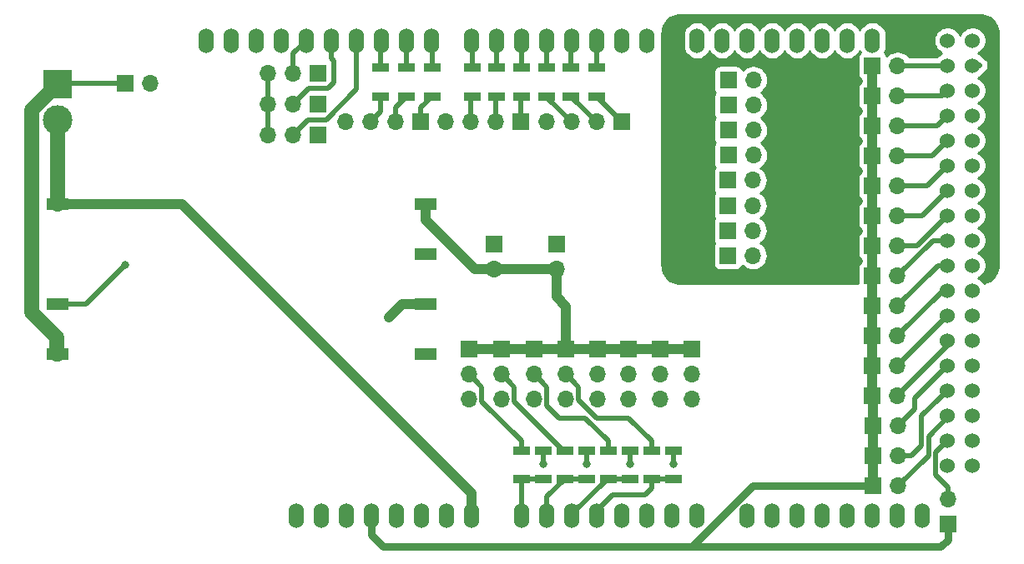
<source format=gbr>
G04 #@! TF.GenerationSoftware,KiCad,Pcbnew,(5.1.0-0)*
G04 #@! TF.CreationDate,2019-04-24T12:09:54-04:00*
G04 #@! TF.ProjectId,TR19-COMP-PD_rev2,54523139-2d43-44f4-9d50-2d50445f7265,rev?*
G04 #@! TF.SameCoordinates,Original*
G04 #@! TF.FileFunction,Copper,L1,Top*
G04 #@! TF.FilePolarity,Positive*
%FSLAX46Y46*%
G04 Gerber Fmt 4.6, Leading zero omitted, Abs format (unit mm)*
G04 Created by KiCad (PCBNEW (5.1.0-0)) date 2019-04-24 12:09:54*
%MOMM*%
%LPD*%
G04 APERTURE LIST*
%ADD10R,2.200000X1.200000*%
%ADD11O,1.524000X2.540000*%
%ADD12C,1.524000*%
%ADD13O,1.700000X1.700000*%
%ADD14R,1.700000X1.700000*%
%ADD15C,3.000000*%
%ADD16R,3.000000X3.000000*%
%ADD17R,1.700000X0.900000*%
%ADD18C,0.800000*%
%ADD19C,0.500000*%
%ADD20C,0.750000*%
%ADD21C,1.000000*%
%ADD22C,1.500000*%
%ADD23C,0.254000*%
G04 APERTURE END LIST*
D10*
X127472000Y-92340000D03*
X127472000Y-97420000D03*
X127472000Y-102500000D03*
X127472000Y-87260000D03*
X90134000Y-102500000D03*
X90134000Y-97420000D03*
X90134000Y-87260000D03*
D11*
X155030000Y-70632001D03*
X157570000Y-70632001D03*
X160110000Y-70632001D03*
X162650000Y-70632001D03*
X165190000Y-70632001D03*
X167730000Y-70632001D03*
X170270000Y-70632001D03*
X172810000Y-70632001D03*
X177890000Y-118892001D03*
X175350000Y-118892001D03*
X172810000Y-118892001D03*
X170270000Y-118892001D03*
X160110000Y-118892001D03*
X155030000Y-118892001D03*
X152490000Y-118892001D03*
X162650000Y-118892001D03*
X165190000Y-118892001D03*
X167730000Y-118892001D03*
X149950000Y-118892001D03*
X147410000Y-118892001D03*
X144870000Y-118892001D03*
X137250000Y-118892001D03*
X139790000Y-118892001D03*
X142330000Y-118892001D03*
X132170000Y-118892001D03*
X129630000Y-118892001D03*
X127090000Y-118892001D03*
X122010000Y-118892001D03*
X119470000Y-118892001D03*
X149950000Y-70632001D03*
X147410000Y-70632001D03*
X144870000Y-70632001D03*
X142330000Y-70632001D03*
X139790000Y-70632001D03*
X137250000Y-70632001D03*
X134710000Y-70632001D03*
X132170000Y-70632001D03*
X128106000Y-70632001D03*
X125566000Y-70632001D03*
X123026000Y-70632001D03*
X120486000Y-70632001D03*
X117946000Y-70632001D03*
X115406000Y-70632001D03*
X112866000Y-70632001D03*
X110326000Y-70632001D03*
X124550000Y-118892001D03*
D12*
X180430000Y-73172001D03*
X182970000Y-73172001D03*
X180430000Y-75712001D03*
X182970000Y-75712001D03*
X180430000Y-78252001D03*
X182970000Y-78252001D03*
X180430000Y-80792001D03*
X182970000Y-80792001D03*
X180430000Y-70632001D03*
X182970000Y-70632001D03*
X182970000Y-83332001D03*
X180430000Y-83332001D03*
X180430000Y-85872001D03*
X182970000Y-85872001D03*
X180430000Y-88412001D03*
X182970000Y-88412001D03*
X180430000Y-90952001D03*
X182970000Y-90952001D03*
X180430000Y-93492001D03*
X182970000Y-93492001D03*
X180430000Y-96032001D03*
X182970000Y-96032001D03*
X180430000Y-98572001D03*
X182970000Y-98572001D03*
X180430000Y-101112001D03*
X182970000Y-101112001D03*
X180430000Y-103652001D03*
X182970000Y-103652001D03*
X180430000Y-106192001D03*
X182970000Y-106192001D03*
X180430000Y-108732001D03*
X182970000Y-108732001D03*
X180430000Y-111272001D03*
X182970000Y-111272001D03*
X180430000Y-113812001D03*
X182970000Y-113812001D03*
D11*
X116930000Y-118892001D03*
X114390000Y-118892001D03*
X107786000Y-70632001D03*
X105246000Y-70632001D03*
X172810000Y-70632001D03*
D13*
X99590000Y-75000000D03*
D14*
X97050000Y-75000000D03*
D13*
X134450000Y-93850000D03*
D14*
X134450000Y-91310000D03*
D13*
X140750000Y-93890000D03*
D14*
X140750000Y-91350000D03*
D13*
X111500000Y-80200000D03*
X114040000Y-80200000D03*
D14*
X116580000Y-80200000D03*
X116580000Y-77100000D03*
D13*
X114040000Y-77100000D03*
X111500000Y-77100000D03*
X111520000Y-74000000D03*
X114060000Y-74000000D03*
D14*
X116600000Y-74000000D03*
D15*
X90150000Y-78740000D03*
D16*
X90150000Y-75100000D03*
D13*
X139750000Y-78900000D03*
X142290000Y-78900000D03*
X144830000Y-78900000D03*
D14*
X147370000Y-78900000D03*
X137180000Y-78900000D03*
D13*
X134640000Y-78900000D03*
X132100000Y-78900000D03*
X129560000Y-78900000D03*
X119360000Y-78900000D03*
X121900000Y-78900000D03*
X124440000Y-78900000D03*
D14*
X126980000Y-78900000D03*
D13*
X131900000Y-107100000D03*
X131900000Y-104560000D03*
D14*
X131900000Y-102020000D03*
X135200000Y-102020000D03*
D13*
X135200000Y-104560000D03*
X135200000Y-107100000D03*
X138500000Y-107100000D03*
X138500000Y-104560000D03*
D14*
X138500000Y-102020000D03*
X141700000Y-102020000D03*
D13*
X141700000Y-104560000D03*
X141700000Y-107100000D03*
X175340000Y-73200000D03*
D14*
X172800000Y-73200000D03*
D13*
X175340000Y-76250000D03*
D14*
X172800000Y-76250000D03*
D13*
X175340000Y-79300000D03*
D14*
X172800000Y-79300000D03*
X172800000Y-82350000D03*
D13*
X175340000Y-82350000D03*
D14*
X172800000Y-85400000D03*
D13*
X175340000Y-85400000D03*
X175340000Y-88450000D03*
D14*
X172800000Y-88450000D03*
D13*
X175350000Y-91500000D03*
D14*
X172810000Y-91500000D03*
D13*
X175350000Y-94550000D03*
D14*
X172810000Y-94550000D03*
D13*
X175350000Y-97600000D03*
D14*
X172810000Y-97600000D03*
D13*
X144900000Y-107100000D03*
X144900000Y-104560000D03*
D14*
X144900000Y-102020000D03*
X148100000Y-102000000D03*
D13*
X148100000Y-104540000D03*
X148100000Y-107080000D03*
X151300000Y-107080000D03*
X151300000Y-104540000D03*
D14*
X151300000Y-102000000D03*
X154500000Y-102020000D03*
D13*
X154500000Y-104560000D03*
X154500000Y-107100000D03*
X175350000Y-100650000D03*
D14*
X172810000Y-100650000D03*
X172810000Y-103700000D03*
D13*
X175350000Y-103700000D03*
D14*
X172810000Y-106750000D03*
D13*
X175350000Y-106750000D03*
D14*
X172850000Y-109800000D03*
D13*
X175390000Y-109800000D03*
D14*
X172860000Y-112850000D03*
D13*
X175400000Y-112850000D03*
D14*
X172850000Y-115900000D03*
D13*
X175390000Y-115900000D03*
X180450000Y-117250000D03*
D14*
X180450000Y-119790000D03*
D13*
X160740000Y-74650000D03*
D14*
X158200000Y-74650000D03*
D13*
X160740000Y-77200000D03*
D14*
X158200000Y-77200000D03*
D13*
X160740000Y-79750000D03*
D14*
X158200000Y-79750000D03*
D13*
X160740000Y-82300000D03*
D14*
X158200000Y-82300000D03*
X158150000Y-84850000D03*
D13*
X160690000Y-84850000D03*
D14*
X158150000Y-87400000D03*
D13*
X160690000Y-87400000D03*
D14*
X158150000Y-89950000D03*
D13*
X160690000Y-89950000D03*
D14*
X158150000Y-92500000D03*
D13*
X160690000Y-92500000D03*
D17*
X144850000Y-76300000D03*
X144850000Y-73400000D03*
X142250000Y-73400000D03*
X142250000Y-76300000D03*
X139800000Y-76300000D03*
X139800000Y-73400000D03*
X137200000Y-112300000D03*
X137200000Y-115200000D03*
X141600000Y-112300000D03*
X141600000Y-115200000D03*
X146000000Y-112300000D03*
X146000000Y-115200000D03*
X150400000Y-112300000D03*
X150400000Y-115200000D03*
X137200000Y-76300000D03*
X137200000Y-73400000D03*
X134700000Y-73400000D03*
X134700000Y-76300000D03*
X132200000Y-76300000D03*
X132200000Y-73400000D03*
X139400000Y-112300000D03*
X139400000Y-115200000D03*
X143800000Y-112300000D03*
X143800000Y-115200000D03*
X148200000Y-112300000D03*
X148200000Y-115200000D03*
X152600000Y-112300000D03*
X152600000Y-115200000D03*
X128150000Y-76300000D03*
X128150000Y-73400000D03*
X125550000Y-73400000D03*
X125550000Y-76300000D03*
X122900000Y-76300000D03*
X122900000Y-73400000D03*
D18*
X139400000Y-113700000D03*
X143800000Y-113700000D03*
X148200000Y-113700000D03*
X152600000Y-113700000D03*
X123750000Y-98750002D03*
X164650000Y-91800000D03*
X164700000Y-88600000D03*
X164800000Y-94650000D03*
X164700000Y-82850000D03*
X164800000Y-79700000D03*
X164700000Y-76600000D03*
X164750000Y-73400000D03*
X152600000Y-69400000D03*
X181700000Y-68900000D03*
X184700000Y-77100000D03*
X184650000Y-84550000D03*
X184800000Y-92350000D03*
X154300000Y-94550000D03*
X154200000Y-72800000D03*
X164650000Y-86000000D03*
X97000000Y-93450000D03*
D19*
X179217999Y-112484002D02*
X179668001Y-112034000D01*
X179217999Y-114815918D02*
X179217999Y-112484002D01*
X179668001Y-112034000D02*
X180430000Y-111272001D01*
X180450000Y-116047919D02*
X179217999Y-114815918D01*
X180450000Y-117250000D02*
X180450000Y-116047919D01*
X178517989Y-110882011D02*
X180430000Y-108970000D01*
X180430000Y-108970000D02*
X180430000Y-108732001D01*
X178517989Y-112832011D02*
X178517989Y-110882011D01*
X175450000Y-115900000D02*
X178517989Y-112832011D01*
X175400000Y-112850000D02*
X176800000Y-112850000D01*
X179668001Y-106954000D02*
X180430000Y-106192001D01*
X177817979Y-108804022D02*
X179668001Y-106954000D01*
X177817979Y-111832021D02*
X177817979Y-108804022D01*
X176800000Y-112850000D02*
X177817979Y-111832021D01*
X177085988Y-106996013D02*
X179668001Y-104414000D01*
X177085988Y-108104012D02*
X177085988Y-106996013D01*
X179668001Y-104414000D02*
X180430000Y-103652001D01*
X175390000Y-109800000D02*
X177085988Y-108104012D01*
X180430000Y-101670000D02*
X180430000Y-101112001D01*
X175350000Y-106750000D02*
X180430000Y-101670000D01*
X180430000Y-98620000D02*
X180430000Y-98572001D01*
X175350000Y-103700000D02*
X180430000Y-98620000D01*
X179967999Y-96032001D02*
X180430000Y-96032001D01*
X175350000Y-100650000D02*
X179967999Y-96032001D01*
X179457999Y-93492001D02*
X180430000Y-93492001D01*
X175350000Y-97600000D02*
X179457999Y-93492001D01*
X178947999Y-90952001D02*
X180430000Y-90952001D01*
X175350000Y-94550000D02*
X178947999Y-90952001D01*
X177342001Y-91500000D02*
X180430000Y-88412001D01*
X175350000Y-91500000D02*
X177342001Y-91500000D01*
X177852001Y-88450000D02*
X180430000Y-85872001D01*
X175340000Y-88450000D02*
X177852001Y-88450000D01*
X178362001Y-85400000D02*
X180430000Y-83332001D01*
X175340000Y-85400000D02*
X178362001Y-85400000D01*
X178872001Y-82350000D02*
X180430000Y-80792001D01*
X175340000Y-82350000D02*
X178872001Y-82350000D01*
X179382001Y-79300000D02*
X180430000Y-78252001D01*
X175400000Y-79300000D02*
X179382001Y-79300000D01*
X179892001Y-76250000D02*
X180430000Y-75712001D01*
X175400000Y-76250000D02*
X179892001Y-76250000D01*
X180402001Y-73200000D02*
X180430000Y-73172001D01*
X175400000Y-73200000D02*
X180402001Y-73200000D01*
X114060000Y-71978001D02*
X115406000Y-70632001D01*
X114060000Y-74000000D02*
X114060000Y-71978001D01*
X114040000Y-77100000D02*
X115640000Y-75500000D01*
X117610002Y-75500000D02*
X118200000Y-74910002D01*
X115640000Y-75500000D02*
X117610002Y-75500000D01*
X118200000Y-74910002D02*
X118200000Y-72700000D01*
X117946000Y-72446000D02*
X117946000Y-70632001D01*
X118200000Y-72700000D02*
X117946000Y-72446000D01*
X117400000Y-78700000D02*
X120486000Y-75614000D01*
X120486000Y-75614000D02*
X120486000Y-70632001D01*
X115540000Y-78700000D02*
X117400000Y-78700000D01*
X114040000Y-80200000D02*
X115540000Y-78700000D01*
X122900000Y-70758001D02*
X123026000Y-70632001D01*
X122900000Y-73400000D02*
X122900000Y-70758001D01*
X125550000Y-70648001D02*
X125566000Y-70632001D01*
X125550000Y-73400000D02*
X125550000Y-70648001D01*
X128150000Y-70676001D02*
X128106000Y-70632001D01*
X128150000Y-73400000D02*
X128150000Y-70676001D01*
X132200000Y-70662001D02*
X132170000Y-70632001D01*
X132200000Y-73400000D02*
X132200000Y-70662001D01*
X134700000Y-70642001D02*
X134710000Y-70632001D01*
X134700000Y-73400000D02*
X134700000Y-70642001D01*
X137200000Y-70682001D02*
X137250000Y-70632001D01*
X137200000Y-73400000D02*
X137200000Y-70682001D01*
X139800000Y-70642001D02*
X139790000Y-70632001D01*
X139800000Y-73400000D02*
X139800000Y-70642001D01*
X142250000Y-70712001D02*
X142330000Y-70632001D01*
X142250000Y-73400000D02*
X142250000Y-70712001D01*
X144850000Y-70652001D02*
X144870000Y-70632001D01*
X144850000Y-73400000D02*
X144850000Y-70652001D01*
X172860000Y-73200000D02*
X172860000Y-76250000D01*
X172860000Y-76250000D02*
X172860000Y-79300000D01*
X172860000Y-82290000D02*
X172800000Y-82350000D01*
X172860000Y-79300000D02*
X172860000Y-82290000D01*
D20*
X122010000Y-120912001D02*
X123197999Y-122100000D01*
X122010000Y-118892001D02*
X122010000Y-120912001D01*
X154503184Y-122100000D02*
X160703184Y-115900000D01*
X123197999Y-122100000D02*
X154503184Y-122100000D01*
X179740000Y-122100000D02*
X154503184Y-122100000D01*
X180450000Y-121390000D02*
X179740000Y-122100000D01*
X180450000Y-119790000D02*
X180450000Y-121390000D01*
X160703184Y-115900000D02*
X171250000Y-115900000D01*
X171250000Y-115900000D02*
X172850000Y-115900000D01*
D21*
X172850000Y-112860000D02*
X172860000Y-112850000D01*
X172850000Y-115900000D02*
X172850000Y-112860000D01*
X172860000Y-109810000D02*
X172850000Y-109800000D01*
X172860000Y-112850000D02*
X172860000Y-109810000D01*
X172850000Y-106790000D02*
X172810000Y-106750000D01*
X172850000Y-109800000D02*
X172850000Y-106790000D01*
X172810000Y-106750000D02*
X172810000Y-103700000D01*
X172810000Y-103700000D02*
X172810000Y-100650000D01*
X172810000Y-100650000D02*
X172810000Y-97600000D01*
X172810000Y-97600000D02*
X172810000Y-94550000D01*
X172810000Y-94550000D02*
X172810000Y-91500000D01*
X172810000Y-88460000D02*
X172800000Y-88450000D01*
X172810000Y-91500000D02*
X172810000Y-88460000D01*
X172800000Y-88450000D02*
X172800000Y-85400000D01*
X172800000Y-85400000D02*
X172800000Y-82350000D01*
X172800000Y-82350000D02*
X172800000Y-79300000D01*
X172800000Y-79300000D02*
X172800000Y-76250000D01*
X172800000Y-76250000D02*
X172800000Y-73200000D01*
D19*
X111500000Y-80200000D02*
X111500000Y-77100000D01*
X111500000Y-74020000D02*
X111520000Y-74000000D01*
X111500000Y-77100000D02*
X111500000Y-74020000D01*
X139400000Y-112300000D02*
X139400000Y-113700000D01*
X143800000Y-112300000D02*
X143800000Y-113700000D01*
X148200000Y-112300000D02*
X148200000Y-113700000D01*
X152600000Y-112300000D02*
X152600000Y-113700000D01*
D21*
X127472000Y-97420000D02*
X125080002Y-97420000D01*
X125080002Y-97420000D02*
X124149999Y-98350003D01*
X124149999Y-98350003D02*
X123750000Y-98750002D01*
D20*
X132170000Y-118384001D02*
X132170000Y-118892001D01*
D22*
X90150000Y-87244000D02*
X90134000Y-87260000D01*
X90150000Y-78740000D02*
X90150000Y-87244000D01*
D21*
X102807999Y-87260000D02*
X90134000Y-87260000D01*
X132170000Y-116622001D02*
X102807999Y-87260000D01*
X132170000Y-118892001D02*
X132170000Y-116622001D01*
D19*
X146000000Y-115200000D02*
X148200000Y-115200000D01*
X145910002Y-115200000D02*
X146000000Y-115200000D01*
X142330000Y-118780002D02*
X145910002Y-115200000D01*
X142330000Y-118892001D02*
X142330000Y-118780002D01*
X141600000Y-115200000D02*
X143800000Y-115200000D01*
X139790000Y-117010000D02*
X141600000Y-115200000D01*
X139790000Y-118892001D02*
X139790000Y-117010000D01*
X137200000Y-115200000D02*
X139400000Y-115200000D01*
X137200000Y-118842001D02*
X137250000Y-118892001D01*
X137200000Y-115200000D02*
X137200000Y-118842001D01*
X150400000Y-115200000D02*
X152600000Y-115200000D01*
X144870000Y-118384001D02*
X146454001Y-116800000D01*
X144870000Y-118892001D02*
X144870000Y-118384001D01*
X150400000Y-116150000D02*
X150400000Y-115200000D01*
X149750000Y-116800000D02*
X150400000Y-116150000D01*
X146454001Y-116800000D02*
X149750000Y-116800000D01*
D22*
X87534000Y-77716000D02*
X87534000Y-98234000D01*
X90150000Y-75100000D02*
X87534000Y-77716000D01*
X87534000Y-98234000D02*
X90100000Y-100800000D01*
X90100000Y-102466000D02*
X90134000Y-102500000D01*
X90100000Y-100800000D02*
X90100000Y-102466000D01*
D19*
X90250000Y-75000000D02*
X90150000Y-75100000D01*
X97050000Y-75000000D02*
X90250000Y-75000000D01*
D21*
X131590000Y-101710000D02*
X131900000Y-102020000D01*
X133247919Y-93850000D02*
X134450000Y-93850000D01*
X132462000Y-93850000D02*
X133247919Y-93850000D01*
X127472000Y-88860000D02*
X132462000Y-93850000D01*
X127472000Y-87260000D02*
X127472000Y-88860000D01*
X140710000Y-93850000D02*
X140750000Y-93890000D01*
X134450000Y-93850000D02*
X140710000Y-93850000D01*
X140750000Y-93890000D02*
X140750000Y-96700000D01*
X141700000Y-97650000D02*
X141700000Y-102020000D01*
X140750000Y-96700000D02*
X141700000Y-97650000D01*
X131900000Y-102020000D02*
X135200000Y-102020000D01*
X135200000Y-102020000D02*
X138500000Y-102020000D01*
X138500000Y-102020000D02*
X141700000Y-102020000D01*
X141700000Y-102020000D02*
X144900000Y-102020000D01*
X148080000Y-102020000D02*
X148100000Y-102000000D01*
X144900000Y-102020000D02*
X148080000Y-102020000D01*
X151300000Y-102000000D02*
X148100000Y-102000000D01*
X151320000Y-102020000D02*
X151300000Y-102000000D01*
X154500000Y-102020000D02*
X151320000Y-102020000D01*
D19*
X183677999Y-73172001D02*
X182970000Y-73172001D01*
X183700000Y-73150000D02*
X183677999Y-73172001D01*
X182972001Y-78250000D02*
X182970000Y-78252001D01*
X90134000Y-97420000D02*
X93030000Y-97420000D01*
X93030000Y-97420000D02*
X97000000Y-93450000D01*
X99600000Y-75010000D02*
X99590000Y-75000000D01*
X144850000Y-76380000D02*
X147370000Y-78900000D01*
X144850000Y-76300000D02*
X144850000Y-76380000D01*
X142250000Y-76320000D02*
X144830000Y-78900000D01*
X142250000Y-76300000D02*
X142250000Y-76320000D01*
X139800000Y-76410000D02*
X142290000Y-78900000D01*
X139800000Y-76300000D02*
X139800000Y-76410000D01*
X132749999Y-105409999D02*
X131900000Y-104560000D01*
X133200001Y-105860001D02*
X132749999Y-105409999D01*
X133200001Y-107350001D02*
X133200001Y-105860001D01*
X137200000Y-111350000D02*
X133200001Y-107350001D01*
X137200000Y-112300000D02*
X137200000Y-111350000D01*
X136500001Y-105860001D02*
X136049999Y-105409999D01*
X136500001Y-107300001D02*
X136500001Y-105860001D01*
X136049999Y-105409999D02*
X135200000Y-104560000D01*
X141500000Y-112300000D02*
X136500001Y-107300001D01*
X141600000Y-112300000D02*
X141500000Y-112300000D01*
X139349999Y-105409999D02*
X138500000Y-104560000D01*
X141076000Y-109000000D02*
X139800001Y-107724001D01*
X139800001Y-105860001D02*
X139349999Y-105409999D01*
X143650000Y-109000000D02*
X141076000Y-109000000D01*
X139800001Y-107724001D02*
X139800001Y-105860001D01*
X146000000Y-111350000D02*
X143650000Y-109000000D01*
X146000000Y-112300000D02*
X146000000Y-111350000D01*
X142549999Y-105409999D02*
X141700000Y-104560000D01*
X143000001Y-105860001D02*
X142549999Y-105409999D01*
X143000001Y-107124003D02*
X143000001Y-105860001D01*
X144875998Y-109000000D02*
X143000001Y-107124003D01*
X148050000Y-109000000D02*
X144875998Y-109000000D01*
X150400000Y-111350000D02*
X148050000Y-109000000D01*
X150400000Y-112300000D02*
X150400000Y-111350000D01*
X137180000Y-76320000D02*
X137200000Y-76300000D01*
X137180000Y-78900000D02*
X137180000Y-76320000D01*
X134640000Y-76360000D02*
X134700000Y-76300000D01*
X134640000Y-78900000D02*
X134640000Y-76360000D01*
X132100000Y-76400000D02*
X132200000Y-76300000D01*
X132100000Y-78900000D02*
X132100000Y-76400000D01*
X126980000Y-77470000D02*
X128150000Y-76300000D01*
X126980000Y-78900000D02*
X126980000Y-77470000D01*
X124440000Y-77410000D02*
X125550000Y-76300000D01*
X124440000Y-78900000D02*
X124440000Y-77410000D01*
X122900000Y-77900000D02*
X121900000Y-78900000D01*
X122900000Y-76300000D02*
X122900000Y-77900000D01*
D23*
G36*
X183966504Y-68046385D02*
G01*
X184227593Y-68103181D01*
X184477940Y-68196556D01*
X184712445Y-68324605D01*
X184926338Y-68484724D01*
X185115276Y-68673662D01*
X185275395Y-68887555D01*
X185403444Y-69122060D01*
X185496819Y-69372407D01*
X185553615Y-69633496D01*
X185573000Y-69904530D01*
X185573000Y-93445470D01*
X185553615Y-93716504D01*
X185496819Y-93977593D01*
X185403444Y-94227940D01*
X185275395Y-94462445D01*
X185115276Y-94676338D01*
X184926338Y-94865276D01*
X184712445Y-95025395D01*
X184477940Y-95153444D01*
X184227593Y-95246819D01*
X184138469Y-95266207D01*
X184055120Y-95141466D01*
X183860535Y-94946881D01*
X183631727Y-94793996D01*
X183554485Y-94762001D01*
X183631727Y-94730006D01*
X183860535Y-94577121D01*
X184055120Y-94382536D01*
X184208005Y-94153728D01*
X184313314Y-93899491D01*
X184367000Y-93629593D01*
X184367000Y-93354409D01*
X184313314Y-93084511D01*
X184208005Y-92830274D01*
X184055120Y-92601466D01*
X183860535Y-92406881D01*
X183631727Y-92253996D01*
X183554485Y-92222001D01*
X183631727Y-92190006D01*
X183860535Y-92037121D01*
X184055120Y-91842536D01*
X184208005Y-91613728D01*
X184313314Y-91359491D01*
X184367000Y-91089593D01*
X184367000Y-90814409D01*
X184313314Y-90544511D01*
X184208005Y-90290274D01*
X184055120Y-90061466D01*
X183860535Y-89866881D01*
X183631727Y-89713996D01*
X183554485Y-89682001D01*
X183631727Y-89650006D01*
X183860535Y-89497121D01*
X184055120Y-89302536D01*
X184208005Y-89073728D01*
X184313314Y-88819491D01*
X184367000Y-88549593D01*
X184367000Y-88274409D01*
X184313314Y-88004511D01*
X184208005Y-87750274D01*
X184055120Y-87521466D01*
X183860535Y-87326881D01*
X183631727Y-87173996D01*
X183554485Y-87142001D01*
X183631727Y-87110006D01*
X183860535Y-86957121D01*
X184055120Y-86762536D01*
X184208005Y-86533728D01*
X184313314Y-86279491D01*
X184367000Y-86009593D01*
X184367000Y-85734409D01*
X184313314Y-85464511D01*
X184208005Y-85210274D01*
X184055120Y-84981466D01*
X183860535Y-84786881D01*
X183631727Y-84633996D01*
X183554485Y-84602001D01*
X183631727Y-84570006D01*
X183860535Y-84417121D01*
X184055120Y-84222536D01*
X184208005Y-83993728D01*
X184313314Y-83739491D01*
X184367000Y-83469593D01*
X184367000Y-83194409D01*
X184313314Y-82924511D01*
X184208005Y-82670274D01*
X184055120Y-82441466D01*
X183860535Y-82246881D01*
X183631727Y-82093996D01*
X183554485Y-82062001D01*
X183631727Y-82030006D01*
X183860535Y-81877121D01*
X184055120Y-81682536D01*
X184208005Y-81453728D01*
X184313314Y-81199491D01*
X184367000Y-80929593D01*
X184367000Y-80654409D01*
X184313314Y-80384511D01*
X184208005Y-80130274D01*
X184055120Y-79901466D01*
X183860535Y-79706881D01*
X183631727Y-79553996D01*
X183554485Y-79522001D01*
X183631727Y-79490006D01*
X183860535Y-79337121D01*
X184055120Y-79142536D01*
X184208005Y-78913728D01*
X184313314Y-78659491D01*
X184367000Y-78389593D01*
X184367000Y-78114409D01*
X184313314Y-77844511D01*
X184208005Y-77590274D01*
X184055120Y-77361466D01*
X183860535Y-77166881D01*
X183631727Y-77013996D01*
X183554485Y-76982001D01*
X183631727Y-76950006D01*
X183860535Y-76797121D01*
X184055120Y-76602536D01*
X184208005Y-76373728D01*
X184313314Y-76119491D01*
X184367000Y-75849593D01*
X184367000Y-75574409D01*
X184313314Y-75304511D01*
X184208005Y-75050274D01*
X184055120Y-74821466D01*
X183860535Y-74626881D01*
X183631727Y-74473996D01*
X183554485Y-74442001D01*
X183631727Y-74410006D01*
X183860535Y-74257121D01*
X184055120Y-74062536D01*
X184147231Y-73924682D01*
X184172058Y-73911412D01*
X184306816Y-73800818D01*
X184334533Y-73767045D01*
X184356532Y-73745046D01*
X184439410Y-73644059D01*
X184521588Y-73490313D01*
X184572194Y-73323490D01*
X184589281Y-73150001D01*
X184572194Y-72976511D01*
X184521588Y-72809687D01*
X184439410Y-72655942D01*
X184328817Y-72521183D01*
X184194058Y-72410590D01*
X184112142Y-72366805D01*
X184055120Y-72281466D01*
X183860535Y-72086881D01*
X183631727Y-71933996D01*
X183554485Y-71902001D01*
X183631727Y-71870006D01*
X183860535Y-71717121D01*
X184055120Y-71522536D01*
X184208005Y-71293728D01*
X184313314Y-71039491D01*
X184367000Y-70769593D01*
X184367000Y-70494409D01*
X184313314Y-70224511D01*
X184208005Y-69970274D01*
X184055120Y-69741466D01*
X183860535Y-69546881D01*
X183631727Y-69393996D01*
X183377490Y-69288687D01*
X183107592Y-69235001D01*
X182832408Y-69235001D01*
X182562510Y-69288687D01*
X182308273Y-69393996D01*
X182079465Y-69546881D01*
X181884880Y-69741466D01*
X181731995Y-69970274D01*
X181700000Y-70047516D01*
X181668005Y-69970274D01*
X181515120Y-69741466D01*
X181320535Y-69546881D01*
X181091727Y-69393996D01*
X180837490Y-69288687D01*
X180567592Y-69235001D01*
X180292408Y-69235001D01*
X180022510Y-69288687D01*
X179768273Y-69393996D01*
X179539465Y-69546881D01*
X179344880Y-69741466D01*
X179191995Y-69970274D01*
X179086686Y-70224511D01*
X179033000Y-70494409D01*
X179033000Y-70769593D01*
X179086686Y-71039491D01*
X179191995Y-71293728D01*
X179344880Y-71522536D01*
X179539465Y-71717121D01*
X179768273Y-71870006D01*
X179845515Y-71902001D01*
X179768273Y-71933996D01*
X179539465Y-72086881D01*
X179344880Y-72281466D01*
X179322473Y-72315000D01*
X176534759Y-72315000D01*
X176395134Y-72144866D01*
X176169014Y-71959294D01*
X175911034Y-71821401D01*
X175631111Y-71736487D01*
X175412950Y-71715000D01*
X175267050Y-71715000D01*
X175048889Y-71736487D01*
X174768966Y-71821401D01*
X174510986Y-71959294D01*
X174284866Y-72144866D01*
X174260393Y-72174687D01*
X174239502Y-72105820D01*
X174180537Y-71995506D01*
X174101185Y-71898815D01*
X174022822Y-71834504D01*
X174106904Y-71677196D01*
X174186786Y-71413861D01*
X174207000Y-71208626D01*
X174207000Y-70055376D01*
X174186786Y-69850141D01*
X174106904Y-69586806D01*
X173977183Y-69344114D01*
X173802607Y-69131393D01*
X173589886Y-68956818D01*
X173347194Y-68827097D01*
X173083859Y-68747215D01*
X172810000Y-68720242D01*
X172536140Y-68747215D01*
X172272805Y-68827097D01*
X172030113Y-68956818D01*
X171817392Y-69131394D01*
X171642817Y-69344115D01*
X171540000Y-69536472D01*
X171437183Y-69344114D01*
X171262607Y-69131393D01*
X171049886Y-68956818D01*
X170807194Y-68827097D01*
X170543859Y-68747215D01*
X170270000Y-68720242D01*
X169996140Y-68747215D01*
X169732805Y-68827097D01*
X169490113Y-68956818D01*
X169277392Y-69131394D01*
X169102817Y-69344115D01*
X169000000Y-69536472D01*
X168897183Y-69344114D01*
X168722607Y-69131393D01*
X168509886Y-68956818D01*
X168267194Y-68827097D01*
X168003859Y-68747215D01*
X167730000Y-68720242D01*
X167456140Y-68747215D01*
X167192805Y-68827097D01*
X166950113Y-68956818D01*
X166737392Y-69131394D01*
X166562817Y-69344115D01*
X166460000Y-69536472D01*
X166357183Y-69344114D01*
X166182607Y-69131393D01*
X165969886Y-68956818D01*
X165727194Y-68827097D01*
X165463859Y-68747215D01*
X165190000Y-68720242D01*
X164916140Y-68747215D01*
X164652805Y-68827097D01*
X164410113Y-68956818D01*
X164197392Y-69131394D01*
X164022817Y-69344115D01*
X163920000Y-69536472D01*
X163817183Y-69344114D01*
X163642607Y-69131393D01*
X163429886Y-68956818D01*
X163187194Y-68827097D01*
X162923859Y-68747215D01*
X162650000Y-68720242D01*
X162376140Y-68747215D01*
X162112805Y-68827097D01*
X161870113Y-68956818D01*
X161657392Y-69131394D01*
X161482817Y-69344115D01*
X161380000Y-69536472D01*
X161277183Y-69344114D01*
X161102607Y-69131393D01*
X160889886Y-68956818D01*
X160647194Y-68827097D01*
X160383859Y-68747215D01*
X160110000Y-68720242D01*
X159836140Y-68747215D01*
X159572805Y-68827097D01*
X159330113Y-68956818D01*
X159117392Y-69131394D01*
X158942817Y-69344115D01*
X158840000Y-69536472D01*
X158737183Y-69344114D01*
X158562607Y-69131393D01*
X158349886Y-68956818D01*
X158107194Y-68827097D01*
X157843859Y-68747215D01*
X157570000Y-68720242D01*
X157296140Y-68747215D01*
X157032805Y-68827097D01*
X156790113Y-68956818D01*
X156577392Y-69131394D01*
X156402817Y-69344115D01*
X156300000Y-69536472D01*
X156197183Y-69344114D01*
X156022607Y-69131393D01*
X155809886Y-68956818D01*
X155567194Y-68827097D01*
X155303859Y-68747215D01*
X155030000Y-68720242D01*
X154756140Y-68747215D01*
X154492805Y-68827097D01*
X154250113Y-68956818D01*
X154037392Y-69131394D01*
X153862817Y-69344115D01*
X153733096Y-69586807D01*
X153653214Y-69850142D01*
X153633000Y-70055377D01*
X153633000Y-71208626D01*
X153653214Y-71413861D01*
X153733096Y-71677196D01*
X153862817Y-71919888D01*
X154037393Y-72132609D01*
X154250114Y-72307184D01*
X154492806Y-72436905D01*
X154756141Y-72516787D01*
X155030000Y-72543760D01*
X155303860Y-72516787D01*
X155567195Y-72436905D01*
X155809887Y-72307184D01*
X156022608Y-72132609D01*
X156197183Y-71919888D01*
X156300000Y-71727530D01*
X156402817Y-71919888D01*
X156577393Y-72132609D01*
X156790114Y-72307184D01*
X157032806Y-72436905D01*
X157296141Y-72516787D01*
X157570000Y-72543760D01*
X157843860Y-72516787D01*
X158107195Y-72436905D01*
X158349887Y-72307184D01*
X158562608Y-72132609D01*
X158737183Y-71919888D01*
X158840000Y-71727530D01*
X158942817Y-71919888D01*
X159117393Y-72132609D01*
X159330114Y-72307184D01*
X159572806Y-72436905D01*
X159836141Y-72516787D01*
X160110000Y-72543760D01*
X160383860Y-72516787D01*
X160647195Y-72436905D01*
X160889887Y-72307184D01*
X161102608Y-72132609D01*
X161277183Y-71919888D01*
X161380000Y-71727530D01*
X161482817Y-71919888D01*
X161657393Y-72132609D01*
X161870114Y-72307184D01*
X162112806Y-72436905D01*
X162376141Y-72516787D01*
X162650000Y-72543760D01*
X162923860Y-72516787D01*
X163187195Y-72436905D01*
X163429887Y-72307184D01*
X163642608Y-72132609D01*
X163817183Y-71919888D01*
X163920000Y-71727530D01*
X164022817Y-71919888D01*
X164197393Y-72132609D01*
X164410114Y-72307184D01*
X164652806Y-72436905D01*
X164916141Y-72516787D01*
X165190000Y-72543760D01*
X165463860Y-72516787D01*
X165727195Y-72436905D01*
X165969887Y-72307184D01*
X166182608Y-72132609D01*
X166357183Y-71919888D01*
X166460000Y-71727530D01*
X166562817Y-71919888D01*
X166737393Y-72132609D01*
X166950114Y-72307184D01*
X167192806Y-72436905D01*
X167456141Y-72516787D01*
X167730000Y-72543760D01*
X168003860Y-72516787D01*
X168267195Y-72436905D01*
X168509887Y-72307184D01*
X168722608Y-72132609D01*
X168897183Y-71919888D01*
X169000000Y-71727530D01*
X169102817Y-71919888D01*
X169277393Y-72132609D01*
X169490114Y-72307184D01*
X169732806Y-72436905D01*
X169996141Y-72516787D01*
X170270000Y-72543760D01*
X170543860Y-72516787D01*
X170807195Y-72436905D01*
X171049887Y-72307184D01*
X171262608Y-72132609D01*
X171437183Y-71919888D01*
X171540000Y-71727530D01*
X171591080Y-71823095D01*
X171498815Y-71898815D01*
X171419463Y-71995506D01*
X171360498Y-72105820D01*
X171324188Y-72225518D01*
X171311928Y-72350000D01*
X171311928Y-74050000D01*
X171324188Y-74174482D01*
X171360498Y-74294180D01*
X171419463Y-74404494D01*
X171498815Y-74501185D01*
X171595506Y-74580537D01*
X171665001Y-74617683D01*
X171665000Y-74832317D01*
X171595506Y-74869463D01*
X171498815Y-74948815D01*
X171419463Y-75045506D01*
X171360498Y-75155820D01*
X171324188Y-75275518D01*
X171311928Y-75400000D01*
X171311928Y-77100000D01*
X171324188Y-77224482D01*
X171360498Y-77344180D01*
X171419463Y-77454494D01*
X171498815Y-77551185D01*
X171595506Y-77630537D01*
X171665001Y-77667683D01*
X171665000Y-77882317D01*
X171595506Y-77919463D01*
X171498815Y-77998815D01*
X171419463Y-78095506D01*
X171360498Y-78205820D01*
X171324188Y-78325518D01*
X171311928Y-78450000D01*
X171311928Y-80150000D01*
X171324188Y-80274482D01*
X171360498Y-80394180D01*
X171419463Y-80504494D01*
X171498815Y-80601185D01*
X171595506Y-80680537D01*
X171665001Y-80717683D01*
X171665000Y-80932317D01*
X171595506Y-80969463D01*
X171498815Y-81048815D01*
X171419463Y-81145506D01*
X171360498Y-81255820D01*
X171324188Y-81375518D01*
X171311928Y-81500000D01*
X171311928Y-83200000D01*
X171324188Y-83324482D01*
X171360498Y-83444180D01*
X171419463Y-83554494D01*
X171498815Y-83651185D01*
X171595506Y-83730537D01*
X171665001Y-83767683D01*
X171665000Y-83982317D01*
X171595506Y-84019463D01*
X171498815Y-84098815D01*
X171419463Y-84195506D01*
X171360498Y-84305820D01*
X171324188Y-84425518D01*
X171311928Y-84550000D01*
X171311928Y-86250000D01*
X171324188Y-86374482D01*
X171360498Y-86494180D01*
X171419463Y-86604494D01*
X171498815Y-86701185D01*
X171595506Y-86780537D01*
X171665001Y-86817683D01*
X171665000Y-87032317D01*
X171595506Y-87069463D01*
X171498815Y-87148815D01*
X171419463Y-87245506D01*
X171360498Y-87355820D01*
X171324188Y-87475518D01*
X171311928Y-87600000D01*
X171311928Y-89300000D01*
X171324188Y-89424482D01*
X171360498Y-89544180D01*
X171419463Y-89654494D01*
X171498815Y-89751185D01*
X171595506Y-89830537D01*
X171675001Y-89873028D01*
X171675000Y-90082317D01*
X171605506Y-90119463D01*
X171508815Y-90198815D01*
X171429463Y-90295506D01*
X171370498Y-90405820D01*
X171334188Y-90525518D01*
X171321928Y-90650000D01*
X171321928Y-92350000D01*
X171334188Y-92474482D01*
X171370498Y-92594180D01*
X171429463Y-92704494D01*
X171508815Y-92801185D01*
X171605506Y-92880537D01*
X171675001Y-92917683D01*
X171675000Y-93132317D01*
X171605506Y-93169463D01*
X171508815Y-93248815D01*
X171429463Y-93345506D01*
X171370498Y-93455820D01*
X171334188Y-93575518D01*
X171321928Y-93700000D01*
X171321928Y-95323000D01*
X153354530Y-95323000D01*
X153083496Y-95303615D01*
X152822407Y-95246819D01*
X152572060Y-95153444D01*
X152337555Y-95025395D01*
X152123662Y-94865276D01*
X151934724Y-94676338D01*
X151774605Y-94462445D01*
X151646556Y-94227940D01*
X151553181Y-93977593D01*
X151496385Y-93716504D01*
X151477000Y-93445470D01*
X151477000Y-84000000D01*
X156661928Y-84000000D01*
X156661928Y-85700000D01*
X156674188Y-85824482D01*
X156710498Y-85944180D01*
X156769463Y-86054494D01*
X156827326Y-86125000D01*
X156769463Y-86195506D01*
X156710498Y-86305820D01*
X156674188Y-86425518D01*
X156661928Y-86550000D01*
X156661928Y-88250000D01*
X156674188Y-88374482D01*
X156710498Y-88494180D01*
X156769463Y-88604494D01*
X156827326Y-88675000D01*
X156769463Y-88745506D01*
X156710498Y-88855820D01*
X156674188Y-88975518D01*
X156661928Y-89100000D01*
X156661928Y-90800000D01*
X156674188Y-90924482D01*
X156710498Y-91044180D01*
X156769463Y-91154494D01*
X156827326Y-91225000D01*
X156769463Y-91295506D01*
X156710498Y-91405820D01*
X156674188Y-91525518D01*
X156661928Y-91650000D01*
X156661928Y-93350000D01*
X156674188Y-93474482D01*
X156710498Y-93594180D01*
X156769463Y-93704494D01*
X156848815Y-93801185D01*
X156945506Y-93880537D01*
X157055820Y-93939502D01*
X157175518Y-93975812D01*
X157300000Y-93988072D01*
X159000000Y-93988072D01*
X159124482Y-93975812D01*
X159244180Y-93939502D01*
X159354494Y-93880537D01*
X159451185Y-93801185D01*
X159530537Y-93704494D01*
X159589502Y-93594180D01*
X159610393Y-93525313D01*
X159634866Y-93555134D01*
X159860986Y-93740706D01*
X160118966Y-93878599D01*
X160398889Y-93963513D01*
X160617050Y-93985000D01*
X160762950Y-93985000D01*
X160981111Y-93963513D01*
X161261034Y-93878599D01*
X161519014Y-93740706D01*
X161745134Y-93555134D01*
X161930706Y-93329014D01*
X162068599Y-93071034D01*
X162153513Y-92791111D01*
X162182185Y-92500000D01*
X162153513Y-92208889D01*
X162068599Y-91928966D01*
X161930706Y-91670986D01*
X161745134Y-91444866D01*
X161519014Y-91259294D01*
X161454854Y-91225000D01*
X161519014Y-91190706D01*
X161745134Y-91005134D01*
X161930706Y-90779014D01*
X162068599Y-90521034D01*
X162153513Y-90241111D01*
X162182185Y-89950000D01*
X162153513Y-89658889D01*
X162068599Y-89378966D01*
X161930706Y-89120986D01*
X161745134Y-88894866D01*
X161519014Y-88709294D01*
X161454854Y-88675000D01*
X161519014Y-88640706D01*
X161745134Y-88455134D01*
X161930706Y-88229014D01*
X162068599Y-87971034D01*
X162153513Y-87691111D01*
X162182185Y-87400000D01*
X162153513Y-87108889D01*
X162068599Y-86828966D01*
X161930706Y-86570986D01*
X161745134Y-86344866D01*
X161519014Y-86159294D01*
X161454854Y-86125000D01*
X161519014Y-86090706D01*
X161745134Y-85905134D01*
X161930706Y-85679014D01*
X162068599Y-85421034D01*
X162153513Y-85141111D01*
X162182185Y-84850000D01*
X162153513Y-84558889D01*
X162068599Y-84278966D01*
X161930706Y-84020986D01*
X161745134Y-83794866D01*
X161519014Y-83609294D01*
X161479854Y-83588363D01*
X161569014Y-83540706D01*
X161795134Y-83355134D01*
X161980706Y-83129014D01*
X162118599Y-82871034D01*
X162203513Y-82591111D01*
X162232185Y-82300000D01*
X162203513Y-82008889D01*
X162118599Y-81728966D01*
X161980706Y-81470986D01*
X161795134Y-81244866D01*
X161569014Y-81059294D01*
X161504854Y-81025000D01*
X161569014Y-80990706D01*
X161795134Y-80805134D01*
X161980706Y-80579014D01*
X162118599Y-80321034D01*
X162203513Y-80041111D01*
X162232185Y-79750000D01*
X162203513Y-79458889D01*
X162118599Y-79178966D01*
X161980706Y-78920986D01*
X161795134Y-78694866D01*
X161569014Y-78509294D01*
X161504854Y-78475000D01*
X161569014Y-78440706D01*
X161795134Y-78255134D01*
X161980706Y-78029014D01*
X162118599Y-77771034D01*
X162203513Y-77491111D01*
X162232185Y-77200000D01*
X162203513Y-76908889D01*
X162118599Y-76628966D01*
X161980706Y-76370986D01*
X161795134Y-76144866D01*
X161569014Y-75959294D01*
X161504854Y-75925000D01*
X161569014Y-75890706D01*
X161795134Y-75705134D01*
X161980706Y-75479014D01*
X162118599Y-75221034D01*
X162203513Y-74941111D01*
X162232185Y-74650000D01*
X162203513Y-74358889D01*
X162118599Y-74078966D01*
X161980706Y-73820986D01*
X161795134Y-73594866D01*
X161569014Y-73409294D01*
X161311034Y-73271401D01*
X161031111Y-73186487D01*
X160812950Y-73165000D01*
X160667050Y-73165000D01*
X160448889Y-73186487D01*
X160168966Y-73271401D01*
X159910986Y-73409294D01*
X159684866Y-73594866D01*
X159660393Y-73624687D01*
X159639502Y-73555820D01*
X159580537Y-73445506D01*
X159501185Y-73348815D01*
X159404494Y-73269463D01*
X159294180Y-73210498D01*
X159174482Y-73174188D01*
X159050000Y-73161928D01*
X157350000Y-73161928D01*
X157225518Y-73174188D01*
X157105820Y-73210498D01*
X156995506Y-73269463D01*
X156898815Y-73348815D01*
X156819463Y-73445506D01*
X156760498Y-73555820D01*
X156724188Y-73675518D01*
X156711928Y-73800000D01*
X156711928Y-75500000D01*
X156724188Y-75624482D01*
X156760498Y-75744180D01*
X156819463Y-75854494D01*
X156877326Y-75925000D01*
X156819463Y-75995506D01*
X156760498Y-76105820D01*
X156724188Y-76225518D01*
X156711928Y-76350000D01*
X156711928Y-78050000D01*
X156724188Y-78174482D01*
X156760498Y-78294180D01*
X156819463Y-78404494D01*
X156877326Y-78475000D01*
X156819463Y-78545506D01*
X156760498Y-78655820D01*
X156724188Y-78775518D01*
X156711928Y-78900000D01*
X156711928Y-80600000D01*
X156724188Y-80724482D01*
X156760498Y-80844180D01*
X156819463Y-80954494D01*
X156877326Y-81025000D01*
X156819463Y-81095506D01*
X156760498Y-81205820D01*
X156724188Y-81325518D01*
X156711928Y-81450000D01*
X156711928Y-83150000D01*
X156724188Y-83274482D01*
X156760498Y-83394180D01*
X156819463Y-83504494D01*
X156853010Y-83545372D01*
X156848815Y-83548815D01*
X156769463Y-83645506D01*
X156710498Y-83755820D01*
X156674188Y-83875518D01*
X156661928Y-84000000D01*
X151477000Y-84000000D01*
X151477000Y-69904530D01*
X151496385Y-69633496D01*
X151553181Y-69372407D01*
X151646556Y-69122060D01*
X151774605Y-68887555D01*
X151934724Y-68673662D01*
X152123662Y-68484724D01*
X152337555Y-68324605D01*
X152572060Y-68196556D01*
X152822407Y-68103181D01*
X153083496Y-68046385D01*
X153354530Y-68027000D01*
X183695470Y-68027000D01*
X183966504Y-68046385D01*
X183966504Y-68046385D01*
G37*
X183966504Y-68046385D02*
X184227593Y-68103181D01*
X184477940Y-68196556D01*
X184712445Y-68324605D01*
X184926338Y-68484724D01*
X185115276Y-68673662D01*
X185275395Y-68887555D01*
X185403444Y-69122060D01*
X185496819Y-69372407D01*
X185553615Y-69633496D01*
X185573000Y-69904530D01*
X185573000Y-93445470D01*
X185553615Y-93716504D01*
X185496819Y-93977593D01*
X185403444Y-94227940D01*
X185275395Y-94462445D01*
X185115276Y-94676338D01*
X184926338Y-94865276D01*
X184712445Y-95025395D01*
X184477940Y-95153444D01*
X184227593Y-95246819D01*
X184138469Y-95266207D01*
X184055120Y-95141466D01*
X183860535Y-94946881D01*
X183631727Y-94793996D01*
X183554485Y-94762001D01*
X183631727Y-94730006D01*
X183860535Y-94577121D01*
X184055120Y-94382536D01*
X184208005Y-94153728D01*
X184313314Y-93899491D01*
X184367000Y-93629593D01*
X184367000Y-93354409D01*
X184313314Y-93084511D01*
X184208005Y-92830274D01*
X184055120Y-92601466D01*
X183860535Y-92406881D01*
X183631727Y-92253996D01*
X183554485Y-92222001D01*
X183631727Y-92190006D01*
X183860535Y-92037121D01*
X184055120Y-91842536D01*
X184208005Y-91613728D01*
X184313314Y-91359491D01*
X184367000Y-91089593D01*
X184367000Y-90814409D01*
X184313314Y-90544511D01*
X184208005Y-90290274D01*
X184055120Y-90061466D01*
X183860535Y-89866881D01*
X183631727Y-89713996D01*
X183554485Y-89682001D01*
X183631727Y-89650006D01*
X183860535Y-89497121D01*
X184055120Y-89302536D01*
X184208005Y-89073728D01*
X184313314Y-88819491D01*
X184367000Y-88549593D01*
X184367000Y-88274409D01*
X184313314Y-88004511D01*
X184208005Y-87750274D01*
X184055120Y-87521466D01*
X183860535Y-87326881D01*
X183631727Y-87173996D01*
X183554485Y-87142001D01*
X183631727Y-87110006D01*
X183860535Y-86957121D01*
X184055120Y-86762536D01*
X184208005Y-86533728D01*
X184313314Y-86279491D01*
X184367000Y-86009593D01*
X184367000Y-85734409D01*
X184313314Y-85464511D01*
X184208005Y-85210274D01*
X184055120Y-84981466D01*
X183860535Y-84786881D01*
X183631727Y-84633996D01*
X183554485Y-84602001D01*
X183631727Y-84570006D01*
X183860535Y-84417121D01*
X184055120Y-84222536D01*
X184208005Y-83993728D01*
X184313314Y-83739491D01*
X184367000Y-83469593D01*
X184367000Y-83194409D01*
X184313314Y-82924511D01*
X184208005Y-82670274D01*
X184055120Y-82441466D01*
X183860535Y-82246881D01*
X183631727Y-82093996D01*
X183554485Y-82062001D01*
X183631727Y-82030006D01*
X183860535Y-81877121D01*
X184055120Y-81682536D01*
X184208005Y-81453728D01*
X184313314Y-81199491D01*
X184367000Y-80929593D01*
X184367000Y-80654409D01*
X184313314Y-80384511D01*
X184208005Y-80130274D01*
X184055120Y-79901466D01*
X183860535Y-79706881D01*
X183631727Y-79553996D01*
X183554485Y-79522001D01*
X183631727Y-79490006D01*
X183860535Y-79337121D01*
X184055120Y-79142536D01*
X184208005Y-78913728D01*
X184313314Y-78659491D01*
X184367000Y-78389593D01*
X184367000Y-78114409D01*
X184313314Y-77844511D01*
X184208005Y-77590274D01*
X184055120Y-77361466D01*
X183860535Y-77166881D01*
X183631727Y-77013996D01*
X183554485Y-76982001D01*
X183631727Y-76950006D01*
X183860535Y-76797121D01*
X184055120Y-76602536D01*
X184208005Y-76373728D01*
X184313314Y-76119491D01*
X184367000Y-75849593D01*
X184367000Y-75574409D01*
X184313314Y-75304511D01*
X184208005Y-75050274D01*
X184055120Y-74821466D01*
X183860535Y-74626881D01*
X183631727Y-74473996D01*
X183554485Y-74442001D01*
X183631727Y-74410006D01*
X183860535Y-74257121D01*
X184055120Y-74062536D01*
X184147231Y-73924682D01*
X184172058Y-73911412D01*
X184306816Y-73800818D01*
X184334533Y-73767045D01*
X184356532Y-73745046D01*
X184439410Y-73644059D01*
X184521588Y-73490313D01*
X184572194Y-73323490D01*
X184589281Y-73150001D01*
X184572194Y-72976511D01*
X184521588Y-72809687D01*
X184439410Y-72655942D01*
X184328817Y-72521183D01*
X184194058Y-72410590D01*
X184112142Y-72366805D01*
X184055120Y-72281466D01*
X183860535Y-72086881D01*
X183631727Y-71933996D01*
X183554485Y-71902001D01*
X183631727Y-71870006D01*
X183860535Y-71717121D01*
X184055120Y-71522536D01*
X184208005Y-71293728D01*
X184313314Y-71039491D01*
X184367000Y-70769593D01*
X184367000Y-70494409D01*
X184313314Y-70224511D01*
X184208005Y-69970274D01*
X184055120Y-69741466D01*
X183860535Y-69546881D01*
X183631727Y-69393996D01*
X183377490Y-69288687D01*
X183107592Y-69235001D01*
X182832408Y-69235001D01*
X182562510Y-69288687D01*
X182308273Y-69393996D01*
X182079465Y-69546881D01*
X181884880Y-69741466D01*
X181731995Y-69970274D01*
X181700000Y-70047516D01*
X181668005Y-69970274D01*
X181515120Y-69741466D01*
X181320535Y-69546881D01*
X181091727Y-69393996D01*
X180837490Y-69288687D01*
X180567592Y-69235001D01*
X180292408Y-69235001D01*
X180022510Y-69288687D01*
X179768273Y-69393996D01*
X179539465Y-69546881D01*
X179344880Y-69741466D01*
X179191995Y-69970274D01*
X179086686Y-70224511D01*
X179033000Y-70494409D01*
X179033000Y-70769593D01*
X179086686Y-71039491D01*
X179191995Y-71293728D01*
X179344880Y-71522536D01*
X179539465Y-71717121D01*
X179768273Y-71870006D01*
X179845515Y-71902001D01*
X179768273Y-71933996D01*
X179539465Y-72086881D01*
X179344880Y-72281466D01*
X179322473Y-72315000D01*
X176534759Y-72315000D01*
X176395134Y-72144866D01*
X176169014Y-71959294D01*
X175911034Y-71821401D01*
X175631111Y-71736487D01*
X175412950Y-71715000D01*
X175267050Y-71715000D01*
X175048889Y-71736487D01*
X174768966Y-71821401D01*
X174510986Y-71959294D01*
X174284866Y-72144866D01*
X174260393Y-72174687D01*
X174239502Y-72105820D01*
X174180537Y-71995506D01*
X174101185Y-71898815D01*
X174022822Y-71834504D01*
X174106904Y-71677196D01*
X174186786Y-71413861D01*
X174207000Y-71208626D01*
X174207000Y-70055376D01*
X174186786Y-69850141D01*
X174106904Y-69586806D01*
X173977183Y-69344114D01*
X173802607Y-69131393D01*
X173589886Y-68956818D01*
X173347194Y-68827097D01*
X173083859Y-68747215D01*
X172810000Y-68720242D01*
X172536140Y-68747215D01*
X172272805Y-68827097D01*
X172030113Y-68956818D01*
X171817392Y-69131394D01*
X171642817Y-69344115D01*
X171540000Y-69536472D01*
X171437183Y-69344114D01*
X171262607Y-69131393D01*
X171049886Y-68956818D01*
X170807194Y-68827097D01*
X170543859Y-68747215D01*
X170270000Y-68720242D01*
X169996140Y-68747215D01*
X169732805Y-68827097D01*
X169490113Y-68956818D01*
X169277392Y-69131394D01*
X169102817Y-69344115D01*
X169000000Y-69536472D01*
X168897183Y-69344114D01*
X168722607Y-69131393D01*
X168509886Y-68956818D01*
X168267194Y-68827097D01*
X168003859Y-68747215D01*
X167730000Y-68720242D01*
X167456140Y-68747215D01*
X167192805Y-68827097D01*
X166950113Y-68956818D01*
X166737392Y-69131394D01*
X166562817Y-69344115D01*
X166460000Y-69536472D01*
X166357183Y-69344114D01*
X166182607Y-69131393D01*
X165969886Y-68956818D01*
X165727194Y-68827097D01*
X165463859Y-68747215D01*
X165190000Y-68720242D01*
X164916140Y-68747215D01*
X164652805Y-68827097D01*
X164410113Y-68956818D01*
X164197392Y-69131394D01*
X164022817Y-69344115D01*
X163920000Y-69536472D01*
X163817183Y-69344114D01*
X163642607Y-69131393D01*
X163429886Y-68956818D01*
X163187194Y-68827097D01*
X162923859Y-68747215D01*
X162650000Y-68720242D01*
X162376140Y-68747215D01*
X162112805Y-68827097D01*
X161870113Y-68956818D01*
X161657392Y-69131394D01*
X161482817Y-69344115D01*
X161380000Y-69536472D01*
X161277183Y-69344114D01*
X161102607Y-69131393D01*
X160889886Y-68956818D01*
X160647194Y-68827097D01*
X160383859Y-68747215D01*
X160110000Y-68720242D01*
X159836140Y-68747215D01*
X159572805Y-68827097D01*
X159330113Y-68956818D01*
X159117392Y-69131394D01*
X158942817Y-69344115D01*
X158840000Y-69536472D01*
X158737183Y-69344114D01*
X158562607Y-69131393D01*
X158349886Y-68956818D01*
X158107194Y-68827097D01*
X157843859Y-68747215D01*
X157570000Y-68720242D01*
X157296140Y-68747215D01*
X157032805Y-68827097D01*
X156790113Y-68956818D01*
X156577392Y-69131394D01*
X156402817Y-69344115D01*
X156300000Y-69536472D01*
X156197183Y-69344114D01*
X156022607Y-69131393D01*
X155809886Y-68956818D01*
X155567194Y-68827097D01*
X155303859Y-68747215D01*
X155030000Y-68720242D01*
X154756140Y-68747215D01*
X154492805Y-68827097D01*
X154250113Y-68956818D01*
X154037392Y-69131394D01*
X153862817Y-69344115D01*
X153733096Y-69586807D01*
X153653214Y-69850142D01*
X153633000Y-70055377D01*
X153633000Y-71208626D01*
X153653214Y-71413861D01*
X153733096Y-71677196D01*
X153862817Y-71919888D01*
X154037393Y-72132609D01*
X154250114Y-72307184D01*
X154492806Y-72436905D01*
X154756141Y-72516787D01*
X155030000Y-72543760D01*
X155303860Y-72516787D01*
X155567195Y-72436905D01*
X155809887Y-72307184D01*
X156022608Y-72132609D01*
X156197183Y-71919888D01*
X156300000Y-71727530D01*
X156402817Y-71919888D01*
X156577393Y-72132609D01*
X156790114Y-72307184D01*
X157032806Y-72436905D01*
X157296141Y-72516787D01*
X157570000Y-72543760D01*
X157843860Y-72516787D01*
X158107195Y-72436905D01*
X158349887Y-72307184D01*
X158562608Y-72132609D01*
X158737183Y-71919888D01*
X158840000Y-71727530D01*
X158942817Y-71919888D01*
X159117393Y-72132609D01*
X159330114Y-72307184D01*
X159572806Y-72436905D01*
X159836141Y-72516787D01*
X160110000Y-72543760D01*
X160383860Y-72516787D01*
X160647195Y-72436905D01*
X160889887Y-72307184D01*
X161102608Y-72132609D01*
X161277183Y-71919888D01*
X161380000Y-71727530D01*
X161482817Y-71919888D01*
X161657393Y-72132609D01*
X161870114Y-72307184D01*
X162112806Y-72436905D01*
X162376141Y-72516787D01*
X162650000Y-72543760D01*
X162923860Y-72516787D01*
X163187195Y-72436905D01*
X163429887Y-72307184D01*
X163642608Y-72132609D01*
X163817183Y-71919888D01*
X163920000Y-71727530D01*
X164022817Y-71919888D01*
X164197393Y-72132609D01*
X164410114Y-72307184D01*
X164652806Y-72436905D01*
X164916141Y-72516787D01*
X165190000Y-72543760D01*
X165463860Y-72516787D01*
X165727195Y-72436905D01*
X165969887Y-72307184D01*
X166182608Y-72132609D01*
X166357183Y-71919888D01*
X166460000Y-71727530D01*
X166562817Y-71919888D01*
X166737393Y-72132609D01*
X166950114Y-72307184D01*
X167192806Y-72436905D01*
X167456141Y-72516787D01*
X167730000Y-72543760D01*
X168003860Y-72516787D01*
X168267195Y-72436905D01*
X168509887Y-72307184D01*
X168722608Y-72132609D01*
X168897183Y-71919888D01*
X169000000Y-71727530D01*
X169102817Y-71919888D01*
X169277393Y-72132609D01*
X169490114Y-72307184D01*
X169732806Y-72436905D01*
X169996141Y-72516787D01*
X170270000Y-72543760D01*
X170543860Y-72516787D01*
X170807195Y-72436905D01*
X171049887Y-72307184D01*
X171262608Y-72132609D01*
X171437183Y-71919888D01*
X171540000Y-71727530D01*
X171591080Y-71823095D01*
X171498815Y-71898815D01*
X171419463Y-71995506D01*
X171360498Y-72105820D01*
X171324188Y-72225518D01*
X171311928Y-72350000D01*
X171311928Y-74050000D01*
X171324188Y-74174482D01*
X171360498Y-74294180D01*
X171419463Y-74404494D01*
X171498815Y-74501185D01*
X171595506Y-74580537D01*
X171665001Y-74617683D01*
X171665000Y-74832317D01*
X171595506Y-74869463D01*
X171498815Y-74948815D01*
X171419463Y-75045506D01*
X171360498Y-75155820D01*
X171324188Y-75275518D01*
X171311928Y-75400000D01*
X171311928Y-77100000D01*
X171324188Y-77224482D01*
X171360498Y-77344180D01*
X171419463Y-77454494D01*
X171498815Y-77551185D01*
X171595506Y-77630537D01*
X171665001Y-77667683D01*
X171665000Y-77882317D01*
X171595506Y-77919463D01*
X171498815Y-77998815D01*
X171419463Y-78095506D01*
X171360498Y-78205820D01*
X171324188Y-78325518D01*
X171311928Y-78450000D01*
X171311928Y-80150000D01*
X171324188Y-80274482D01*
X171360498Y-80394180D01*
X171419463Y-80504494D01*
X171498815Y-80601185D01*
X171595506Y-80680537D01*
X171665001Y-80717683D01*
X171665000Y-80932317D01*
X171595506Y-80969463D01*
X171498815Y-81048815D01*
X171419463Y-81145506D01*
X171360498Y-81255820D01*
X171324188Y-81375518D01*
X171311928Y-81500000D01*
X171311928Y-83200000D01*
X171324188Y-83324482D01*
X171360498Y-83444180D01*
X171419463Y-83554494D01*
X171498815Y-83651185D01*
X171595506Y-83730537D01*
X171665001Y-83767683D01*
X171665000Y-83982317D01*
X171595506Y-84019463D01*
X171498815Y-84098815D01*
X171419463Y-84195506D01*
X171360498Y-84305820D01*
X171324188Y-84425518D01*
X171311928Y-84550000D01*
X171311928Y-86250000D01*
X171324188Y-86374482D01*
X171360498Y-86494180D01*
X171419463Y-86604494D01*
X171498815Y-86701185D01*
X171595506Y-86780537D01*
X171665001Y-86817683D01*
X171665000Y-87032317D01*
X171595506Y-87069463D01*
X171498815Y-87148815D01*
X171419463Y-87245506D01*
X171360498Y-87355820D01*
X171324188Y-87475518D01*
X171311928Y-87600000D01*
X171311928Y-89300000D01*
X171324188Y-89424482D01*
X171360498Y-89544180D01*
X171419463Y-89654494D01*
X171498815Y-89751185D01*
X171595506Y-89830537D01*
X171675001Y-89873028D01*
X171675000Y-90082317D01*
X171605506Y-90119463D01*
X171508815Y-90198815D01*
X171429463Y-90295506D01*
X171370498Y-90405820D01*
X171334188Y-90525518D01*
X171321928Y-90650000D01*
X171321928Y-92350000D01*
X171334188Y-92474482D01*
X171370498Y-92594180D01*
X171429463Y-92704494D01*
X171508815Y-92801185D01*
X171605506Y-92880537D01*
X171675001Y-92917683D01*
X171675000Y-93132317D01*
X171605506Y-93169463D01*
X171508815Y-93248815D01*
X171429463Y-93345506D01*
X171370498Y-93455820D01*
X171334188Y-93575518D01*
X171321928Y-93700000D01*
X171321928Y-95323000D01*
X153354530Y-95323000D01*
X153083496Y-95303615D01*
X152822407Y-95246819D01*
X152572060Y-95153444D01*
X152337555Y-95025395D01*
X152123662Y-94865276D01*
X151934724Y-94676338D01*
X151774605Y-94462445D01*
X151646556Y-94227940D01*
X151553181Y-93977593D01*
X151496385Y-93716504D01*
X151477000Y-93445470D01*
X151477000Y-84000000D01*
X156661928Y-84000000D01*
X156661928Y-85700000D01*
X156674188Y-85824482D01*
X156710498Y-85944180D01*
X156769463Y-86054494D01*
X156827326Y-86125000D01*
X156769463Y-86195506D01*
X156710498Y-86305820D01*
X156674188Y-86425518D01*
X156661928Y-86550000D01*
X156661928Y-88250000D01*
X156674188Y-88374482D01*
X156710498Y-88494180D01*
X156769463Y-88604494D01*
X156827326Y-88675000D01*
X156769463Y-88745506D01*
X156710498Y-88855820D01*
X156674188Y-88975518D01*
X156661928Y-89100000D01*
X156661928Y-90800000D01*
X156674188Y-90924482D01*
X156710498Y-91044180D01*
X156769463Y-91154494D01*
X156827326Y-91225000D01*
X156769463Y-91295506D01*
X156710498Y-91405820D01*
X156674188Y-91525518D01*
X156661928Y-91650000D01*
X156661928Y-93350000D01*
X156674188Y-93474482D01*
X156710498Y-93594180D01*
X156769463Y-93704494D01*
X156848815Y-93801185D01*
X156945506Y-93880537D01*
X157055820Y-93939502D01*
X157175518Y-93975812D01*
X157300000Y-93988072D01*
X159000000Y-93988072D01*
X159124482Y-93975812D01*
X159244180Y-93939502D01*
X159354494Y-93880537D01*
X159451185Y-93801185D01*
X159530537Y-93704494D01*
X159589502Y-93594180D01*
X159610393Y-93525313D01*
X159634866Y-93555134D01*
X159860986Y-93740706D01*
X160118966Y-93878599D01*
X160398889Y-93963513D01*
X160617050Y-93985000D01*
X160762950Y-93985000D01*
X160981111Y-93963513D01*
X161261034Y-93878599D01*
X161519014Y-93740706D01*
X161745134Y-93555134D01*
X161930706Y-93329014D01*
X162068599Y-93071034D01*
X162153513Y-92791111D01*
X162182185Y-92500000D01*
X162153513Y-92208889D01*
X162068599Y-91928966D01*
X161930706Y-91670986D01*
X161745134Y-91444866D01*
X161519014Y-91259294D01*
X161454854Y-91225000D01*
X161519014Y-91190706D01*
X161745134Y-91005134D01*
X161930706Y-90779014D01*
X162068599Y-90521034D01*
X162153513Y-90241111D01*
X162182185Y-89950000D01*
X162153513Y-89658889D01*
X162068599Y-89378966D01*
X161930706Y-89120986D01*
X161745134Y-88894866D01*
X161519014Y-88709294D01*
X161454854Y-88675000D01*
X161519014Y-88640706D01*
X161745134Y-88455134D01*
X161930706Y-88229014D01*
X162068599Y-87971034D01*
X162153513Y-87691111D01*
X162182185Y-87400000D01*
X162153513Y-87108889D01*
X162068599Y-86828966D01*
X161930706Y-86570986D01*
X161745134Y-86344866D01*
X161519014Y-86159294D01*
X161454854Y-86125000D01*
X161519014Y-86090706D01*
X161745134Y-85905134D01*
X161930706Y-85679014D01*
X162068599Y-85421034D01*
X162153513Y-85141111D01*
X162182185Y-84850000D01*
X162153513Y-84558889D01*
X162068599Y-84278966D01*
X161930706Y-84020986D01*
X161745134Y-83794866D01*
X161519014Y-83609294D01*
X161479854Y-83588363D01*
X161569014Y-83540706D01*
X161795134Y-83355134D01*
X161980706Y-83129014D01*
X162118599Y-82871034D01*
X162203513Y-82591111D01*
X162232185Y-82300000D01*
X162203513Y-82008889D01*
X162118599Y-81728966D01*
X161980706Y-81470986D01*
X161795134Y-81244866D01*
X161569014Y-81059294D01*
X161504854Y-81025000D01*
X161569014Y-80990706D01*
X161795134Y-80805134D01*
X161980706Y-80579014D01*
X162118599Y-80321034D01*
X162203513Y-80041111D01*
X162232185Y-79750000D01*
X162203513Y-79458889D01*
X162118599Y-79178966D01*
X161980706Y-78920986D01*
X161795134Y-78694866D01*
X161569014Y-78509294D01*
X161504854Y-78475000D01*
X161569014Y-78440706D01*
X161795134Y-78255134D01*
X161980706Y-78029014D01*
X162118599Y-77771034D01*
X162203513Y-77491111D01*
X162232185Y-77200000D01*
X162203513Y-76908889D01*
X162118599Y-76628966D01*
X161980706Y-76370986D01*
X161795134Y-76144866D01*
X161569014Y-75959294D01*
X161504854Y-75925000D01*
X161569014Y-75890706D01*
X161795134Y-75705134D01*
X161980706Y-75479014D01*
X162118599Y-75221034D01*
X162203513Y-74941111D01*
X162232185Y-74650000D01*
X162203513Y-74358889D01*
X162118599Y-74078966D01*
X161980706Y-73820986D01*
X161795134Y-73594866D01*
X161569014Y-73409294D01*
X161311034Y-73271401D01*
X161031111Y-73186487D01*
X160812950Y-73165000D01*
X160667050Y-73165000D01*
X160448889Y-73186487D01*
X160168966Y-73271401D01*
X159910986Y-73409294D01*
X159684866Y-73594866D01*
X159660393Y-73624687D01*
X159639502Y-73555820D01*
X159580537Y-73445506D01*
X159501185Y-73348815D01*
X159404494Y-73269463D01*
X159294180Y-73210498D01*
X159174482Y-73174188D01*
X159050000Y-73161928D01*
X157350000Y-73161928D01*
X157225518Y-73174188D01*
X157105820Y-73210498D01*
X156995506Y-73269463D01*
X156898815Y-73348815D01*
X156819463Y-73445506D01*
X156760498Y-73555820D01*
X156724188Y-73675518D01*
X156711928Y-73800000D01*
X156711928Y-75500000D01*
X156724188Y-75624482D01*
X156760498Y-75744180D01*
X156819463Y-75854494D01*
X156877326Y-75925000D01*
X156819463Y-75995506D01*
X156760498Y-76105820D01*
X156724188Y-76225518D01*
X156711928Y-76350000D01*
X156711928Y-78050000D01*
X156724188Y-78174482D01*
X156760498Y-78294180D01*
X156819463Y-78404494D01*
X156877326Y-78475000D01*
X156819463Y-78545506D01*
X156760498Y-78655820D01*
X156724188Y-78775518D01*
X156711928Y-78900000D01*
X156711928Y-80600000D01*
X156724188Y-80724482D01*
X156760498Y-80844180D01*
X156819463Y-80954494D01*
X156877326Y-81025000D01*
X156819463Y-81095506D01*
X156760498Y-81205820D01*
X156724188Y-81325518D01*
X156711928Y-81450000D01*
X156711928Y-83150000D01*
X156724188Y-83274482D01*
X156760498Y-83394180D01*
X156819463Y-83504494D01*
X156853010Y-83545372D01*
X156848815Y-83548815D01*
X156769463Y-83645506D01*
X156710498Y-83755820D01*
X156674188Y-83875518D01*
X156661928Y-84000000D01*
X151477000Y-84000000D01*
X151477000Y-69904530D01*
X151496385Y-69633496D01*
X151553181Y-69372407D01*
X151646556Y-69122060D01*
X151774605Y-68887555D01*
X151934724Y-68673662D01*
X152123662Y-68484724D01*
X152337555Y-68324605D01*
X152572060Y-68196556D01*
X152822407Y-68103181D01*
X153083496Y-68046385D01*
X153354530Y-68027000D01*
X183695470Y-68027000D01*
X183966504Y-68046385D01*
M02*

</source>
